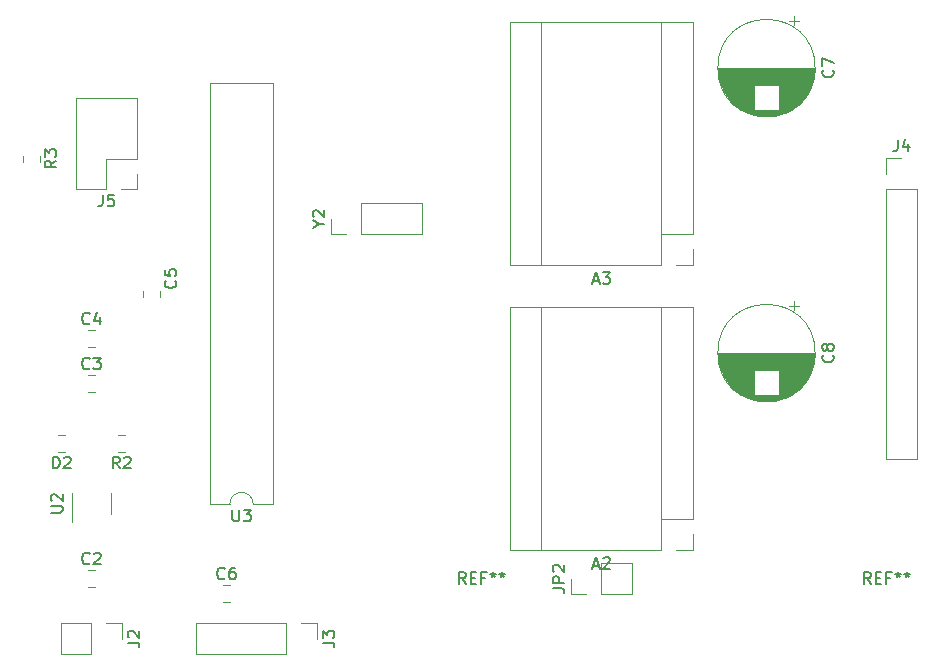
<source format=gbr>
G04 #@! TF.GenerationSoftware,KiCad,Pcbnew,(5.1.2)-1*
G04 #@! TF.CreationDate,2019-05-23T00:03:13+02:00*
G04 #@! TF.ProjectId,DualStepperI2C_PCB_2,4475616c-5374-4657-9070-65724932435f,rev?*
G04 #@! TF.SameCoordinates,Original*
G04 #@! TF.FileFunction,Legend,Top*
G04 #@! TF.FilePolarity,Positive*
%FSLAX46Y46*%
G04 Gerber Fmt 4.6, Leading zero omitted, Abs format (unit mm)*
G04 Created by KiCad (PCBNEW (5.1.2)-1) date 2019-05-23 00:03:13*
%MOMM*%
%LPD*%
G04 APERTURE LIST*
%ADD10C,0.120000*%
%ADD11C,0.150000*%
G04 APERTURE END LIST*
D10*
X199260000Y-99190000D02*
X212090000Y-99190000D01*
X199260000Y-78610000D02*
X199260000Y-99190000D01*
X214760000Y-78610000D02*
X199260000Y-78610000D01*
X214760000Y-96520000D02*
X214760000Y-78610000D01*
X212090000Y-96520000D02*
X214760000Y-96520000D01*
X212090000Y-99190000D02*
X212090000Y-96520000D01*
X214760000Y-99190000D02*
X214760000Y-97790000D01*
X213360000Y-99190000D02*
X214760000Y-99190000D01*
X212090000Y-96520000D02*
X212090000Y-78610000D01*
X201930000Y-99190000D02*
X201930000Y-78610000D01*
X175001422Y-103580000D02*
X175518578Y-103580000D01*
X175001422Y-102160000D02*
X175518578Y-102160000D01*
X168200000Y-77211422D02*
X168200000Y-77728578D01*
X169620000Y-77211422D02*
X169620000Y-77728578D01*
X163571422Y-81990000D02*
X164088578Y-81990000D01*
X163571422Y-80570000D02*
X164088578Y-80570000D01*
X163571422Y-85800000D02*
X164088578Y-85800000D01*
X163571422Y-84380000D02*
X164088578Y-84380000D01*
X163571422Y-102310000D02*
X164088578Y-102310000D01*
X163571422Y-100890000D02*
X164088578Y-100890000D01*
X184090000Y-72450000D02*
X184090000Y-71120000D01*
X185420000Y-72450000D02*
X184090000Y-72450000D01*
X186690000Y-72450000D02*
X186690000Y-69790000D01*
X186690000Y-69790000D02*
X191830000Y-69790000D01*
X186690000Y-72450000D02*
X191830000Y-72450000D01*
X191830000Y-72450000D02*
X191830000Y-69790000D01*
X173880000Y-95310000D02*
X175530000Y-95310000D01*
X173880000Y-59630000D02*
X173880000Y-95310000D01*
X179180000Y-59630000D02*
X173880000Y-59630000D01*
X179180000Y-95310000D02*
X179180000Y-59630000D01*
X177530000Y-95310000D02*
X179180000Y-95310000D01*
X175530000Y-95310000D02*
G75*
G02X177530000Y-95310000I1000000J0D01*
G01*
X162220000Y-94350000D02*
X162220000Y-96800000D01*
X165440000Y-96150000D02*
X165440000Y-94350000D01*
X158040000Y-65781422D02*
X158040000Y-66298578D01*
X159460000Y-65781422D02*
X159460000Y-66298578D01*
X166628578Y-89460000D02*
X166111422Y-89460000D01*
X166628578Y-90880000D02*
X166111422Y-90880000D01*
X204410000Y-102930000D02*
X204410000Y-101600000D01*
X205740000Y-102930000D02*
X204410000Y-102930000D01*
X207010000Y-102930000D02*
X207010000Y-100270000D01*
X207010000Y-100270000D02*
X209610000Y-100270000D01*
X207010000Y-102930000D02*
X209610000Y-102930000D01*
X209610000Y-102930000D02*
X209610000Y-100270000D01*
X167700000Y-68640000D02*
X166370000Y-68640000D01*
X167700000Y-67310000D02*
X167700000Y-68640000D01*
X165100000Y-68640000D02*
X162500000Y-68640000D01*
X165100000Y-66040000D02*
X165100000Y-68640000D01*
X167700000Y-66040000D02*
X165100000Y-66040000D01*
X162500000Y-68640000D02*
X162500000Y-60900000D01*
X167700000Y-66040000D02*
X167700000Y-60900000D01*
X167700000Y-60900000D02*
X162500000Y-60900000D01*
X231080000Y-65980000D02*
X232410000Y-65980000D01*
X231080000Y-67310000D02*
X231080000Y-65980000D01*
X231080000Y-68580000D02*
X233740000Y-68580000D01*
X233740000Y-68580000D02*
X233740000Y-91500000D01*
X231080000Y-68580000D02*
X231080000Y-91500000D01*
X231080000Y-91500000D02*
X233740000Y-91500000D01*
X182940000Y-105350000D02*
X182940000Y-106680000D01*
X181610000Y-105350000D02*
X182940000Y-105350000D01*
X180340000Y-105350000D02*
X180340000Y-108010000D01*
X180340000Y-108010000D02*
X172660000Y-108010000D01*
X180340000Y-105350000D02*
X172660000Y-105350000D01*
X172660000Y-105350000D02*
X172660000Y-108010000D01*
X166430000Y-105350000D02*
X166430000Y-106680000D01*
X165100000Y-105350000D02*
X166430000Y-105350000D01*
X163830000Y-105350000D02*
X163830000Y-108010000D01*
X163830000Y-108010000D02*
X161230000Y-108010000D01*
X163830000Y-105350000D02*
X161230000Y-105350000D01*
X161230000Y-105350000D02*
X161230000Y-108010000D01*
X161548578Y-89460000D02*
X161031422Y-89460000D01*
X161548578Y-90880000D02*
X161031422Y-90880000D01*
X223695000Y-78500302D02*
X222895000Y-78500302D01*
X223295000Y-78100302D02*
X223295000Y-78900302D01*
X221513000Y-86591000D02*
X220447000Y-86591000D01*
X221748000Y-86551000D02*
X220212000Y-86551000D01*
X221928000Y-86511000D02*
X220032000Y-86511000D01*
X222078000Y-86471000D02*
X219882000Y-86471000D01*
X222209000Y-86431000D02*
X219751000Y-86431000D01*
X222326000Y-86391000D02*
X219634000Y-86391000D01*
X222433000Y-86351000D02*
X219527000Y-86351000D01*
X222532000Y-86311000D02*
X219428000Y-86311000D01*
X222625000Y-86271000D02*
X219335000Y-86271000D01*
X222711000Y-86231000D02*
X219249000Y-86231000D01*
X222793000Y-86191000D02*
X219167000Y-86191000D01*
X222870000Y-86151000D02*
X219090000Y-86151000D01*
X222944000Y-86111000D02*
X219016000Y-86111000D01*
X223014000Y-86071000D02*
X218946000Y-86071000D01*
X219940000Y-86031000D02*
X218878000Y-86031000D01*
X223082000Y-86031000D02*
X222020000Y-86031000D01*
X219940000Y-85991000D02*
X218814000Y-85991000D01*
X223146000Y-85991000D02*
X222020000Y-85991000D01*
X219940000Y-85951000D02*
X218752000Y-85951000D01*
X223208000Y-85951000D02*
X222020000Y-85951000D01*
X219940000Y-85911000D02*
X218693000Y-85911000D01*
X223267000Y-85911000D02*
X222020000Y-85911000D01*
X219940000Y-85871000D02*
X218635000Y-85871000D01*
X223325000Y-85871000D02*
X222020000Y-85871000D01*
X219940000Y-85831000D02*
X218580000Y-85831000D01*
X223380000Y-85831000D02*
X222020000Y-85831000D01*
X219940000Y-85791000D02*
X218526000Y-85791000D01*
X223434000Y-85791000D02*
X222020000Y-85791000D01*
X219940000Y-85751000D02*
X218475000Y-85751000D01*
X223485000Y-85751000D02*
X222020000Y-85751000D01*
X219940000Y-85711000D02*
X218424000Y-85711000D01*
X223536000Y-85711000D02*
X222020000Y-85711000D01*
X219940000Y-85671000D02*
X218376000Y-85671000D01*
X223584000Y-85671000D02*
X222020000Y-85671000D01*
X219940000Y-85631000D02*
X218329000Y-85631000D01*
X223631000Y-85631000D02*
X222020000Y-85631000D01*
X219940000Y-85591000D02*
X218283000Y-85591000D01*
X223677000Y-85591000D02*
X222020000Y-85591000D01*
X219940000Y-85551000D02*
X218239000Y-85551000D01*
X223721000Y-85551000D02*
X222020000Y-85551000D01*
X219940000Y-85511000D02*
X218196000Y-85511000D01*
X223764000Y-85511000D02*
X222020000Y-85511000D01*
X219940000Y-85471000D02*
X218154000Y-85471000D01*
X223806000Y-85471000D02*
X222020000Y-85471000D01*
X219940000Y-85431000D02*
X218113000Y-85431000D01*
X223847000Y-85431000D02*
X222020000Y-85431000D01*
X219940000Y-85391000D02*
X218073000Y-85391000D01*
X223887000Y-85391000D02*
X222020000Y-85391000D01*
X219940000Y-85351000D02*
X218035000Y-85351000D01*
X223925000Y-85351000D02*
X222020000Y-85351000D01*
X219940000Y-85311000D02*
X217997000Y-85311000D01*
X223963000Y-85311000D02*
X222020000Y-85311000D01*
X219940000Y-85271000D02*
X217961000Y-85271000D01*
X223999000Y-85271000D02*
X222020000Y-85271000D01*
X219940000Y-85231000D02*
X217925000Y-85231000D01*
X224035000Y-85231000D02*
X222020000Y-85231000D01*
X219940000Y-85191000D02*
X217890000Y-85191000D01*
X224070000Y-85191000D02*
X222020000Y-85191000D01*
X219940000Y-85151000D02*
X217856000Y-85151000D01*
X224104000Y-85151000D02*
X222020000Y-85151000D01*
X219940000Y-85111000D02*
X217824000Y-85111000D01*
X224136000Y-85111000D02*
X222020000Y-85111000D01*
X219940000Y-85071000D02*
X217791000Y-85071000D01*
X224169000Y-85071000D02*
X222020000Y-85071000D01*
X219940000Y-85031000D02*
X217760000Y-85031000D01*
X224200000Y-85031000D02*
X222020000Y-85031000D01*
X219940000Y-84991000D02*
X217730000Y-84991000D01*
X224230000Y-84991000D02*
X222020000Y-84991000D01*
X219940000Y-84951000D02*
X217700000Y-84951000D01*
X224260000Y-84951000D02*
X222020000Y-84951000D01*
X219940000Y-84911000D02*
X217671000Y-84911000D01*
X224289000Y-84911000D02*
X222020000Y-84911000D01*
X219940000Y-84871000D02*
X217642000Y-84871000D01*
X224318000Y-84871000D02*
X222020000Y-84871000D01*
X219940000Y-84831000D02*
X217615000Y-84831000D01*
X224345000Y-84831000D02*
X222020000Y-84831000D01*
X219940000Y-84791000D02*
X217588000Y-84791000D01*
X224372000Y-84791000D02*
X222020000Y-84791000D01*
X219940000Y-84751000D02*
X217562000Y-84751000D01*
X224398000Y-84751000D02*
X222020000Y-84751000D01*
X219940000Y-84711000D02*
X217536000Y-84711000D01*
X224424000Y-84711000D02*
X222020000Y-84711000D01*
X219940000Y-84671000D02*
X217511000Y-84671000D01*
X224449000Y-84671000D02*
X222020000Y-84671000D01*
X219940000Y-84631000D02*
X217487000Y-84631000D01*
X224473000Y-84631000D02*
X222020000Y-84631000D01*
X219940000Y-84591000D02*
X217463000Y-84591000D01*
X224497000Y-84591000D02*
X222020000Y-84591000D01*
X219940000Y-84551000D02*
X217440000Y-84551000D01*
X224520000Y-84551000D02*
X222020000Y-84551000D01*
X219940000Y-84511000D02*
X217418000Y-84511000D01*
X224542000Y-84511000D02*
X222020000Y-84511000D01*
X219940000Y-84471000D02*
X217396000Y-84471000D01*
X224564000Y-84471000D02*
X222020000Y-84471000D01*
X219940000Y-84431000D02*
X217374000Y-84431000D01*
X224586000Y-84431000D02*
X222020000Y-84431000D01*
X219940000Y-84391000D02*
X217353000Y-84391000D01*
X224607000Y-84391000D02*
X222020000Y-84391000D01*
X219940000Y-84351000D02*
X217333000Y-84351000D01*
X224627000Y-84351000D02*
X222020000Y-84351000D01*
X219940000Y-84311000D02*
X217314000Y-84311000D01*
X224646000Y-84311000D02*
X222020000Y-84311000D01*
X219940000Y-84271000D02*
X217294000Y-84271000D01*
X224666000Y-84271000D02*
X222020000Y-84271000D01*
X219940000Y-84231000D02*
X217276000Y-84231000D01*
X224684000Y-84231000D02*
X222020000Y-84231000D01*
X219940000Y-84191000D02*
X217258000Y-84191000D01*
X224702000Y-84191000D02*
X222020000Y-84191000D01*
X219940000Y-84151000D02*
X217240000Y-84151000D01*
X224720000Y-84151000D02*
X222020000Y-84151000D01*
X219940000Y-84111000D02*
X217223000Y-84111000D01*
X224737000Y-84111000D02*
X222020000Y-84111000D01*
X219940000Y-84071000D02*
X217206000Y-84071000D01*
X224754000Y-84071000D02*
X222020000Y-84071000D01*
X219940000Y-84031000D02*
X217190000Y-84031000D01*
X224770000Y-84031000D02*
X222020000Y-84031000D01*
X219940000Y-83991000D02*
X217175000Y-83991000D01*
X224785000Y-83991000D02*
X222020000Y-83991000D01*
X224801000Y-83951000D02*
X217159000Y-83951000D01*
X224815000Y-83911000D02*
X217145000Y-83911000D01*
X224830000Y-83871000D02*
X217130000Y-83871000D01*
X224843000Y-83831000D02*
X217117000Y-83831000D01*
X224857000Y-83791000D02*
X217103000Y-83791000D01*
X224869000Y-83751000D02*
X217091000Y-83751000D01*
X224882000Y-83711000D02*
X217078000Y-83711000D01*
X224894000Y-83671000D02*
X217066000Y-83671000D01*
X224905000Y-83631000D02*
X217055000Y-83631000D01*
X224916000Y-83591000D02*
X217044000Y-83591000D01*
X224927000Y-83551000D02*
X217033000Y-83551000D01*
X224937000Y-83511000D02*
X217023000Y-83511000D01*
X224947000Y-83471000D02*
X217013000Y-83471000D01*
X224956000Y-83431000D02*
X217004000Y-83431000D01*
X224965000Y-83391000D02*
X216995000Y-83391000D01*
X224974000Y-83351000D02*
X216986000Y-83351000D01*
X224982000Y-83311000D02*
X216978000Y-83311000D01*
X224990000Y-83271000D02*
X216970000Y-83271000D01*
X224997000Y-83231000D02*
X216963000Y-83231000D01*
X225004000Y-83190000D02*
X216956000Y-83190000D01*
X225010000Y-83150000D02*
X216950000Y-83150000D01*
X225017000Y-83110000D02*
X216943000Y-83110000D01*
X225022000Y-83070000D02*
X216938000Y-83070000D01*
X225028000Y-83030000D02*
X216932000Y-83030000D01*
X225032000Y-82990000D02*
X216928000Y-82990000D01*
X225037000Y-82950000D02*
X216923000Y-82950000D01*
X225041000Y-82910000D02*
X216919000Y-82910000D01*
X225045000Y-82870000D02*
X216915000Y-82870000D01*
X225048000Y-82830000D02*
X216912000Y-82830000D01*
X225051000Y-82790000D02*
X216909000Y-82790000D01*
X225054000Y-82750000D02*
X216906000Y-82750000D01*
X225056000Y-82710000D02*
X216904000Y-82710000D01*
X225057000Y-82670000D02*
X216903000Y-82670000D01*
X225059000Y-82630000D02*
X216901000Y-82630000D01*
X225060000Y-82590000D02*
X216900000Y-82590000D01*
X225060000Y-82550000D02*
X216900000Y-82550000D01*
X225060000Y-82510000D02*
X216900000Y-82510000D01*
X225100000Y-82510000D02*
G75*
G03X225100000Y-82510000I-4120000J0D01*
G01*
X223695000Y-54370302D02*
X222895000Y-54370302D01*
X223295000Y-53970302D02*
X223295000Y-54770302D01*
X221513000Y-62461000D02*
X220447000Y-62461000D01*
X221748000Y-62421000D02*
X220212000Y-62421000D01*
X221928000Y-62381000D02*
X220032000Y-62381000D01*
X222078000Y-62341000D02*
X219882000Y-62341000D01*
X222209000Y-62301000D02*
X219751000Y-62301000D01*
X222326000Y-62261000D02*
X219634000Y-62261000D01*
X222433000Y-62221000D02*
X219527000Y-62221000D01*
X222532000Y-62181000D02*
X219428000Y-62181000D01*
X222625000Y-62141000D02*
X219335000Y-62141000D01*
X222711000Y-62101000D02*
X219249000Y-62101000D01*
X222793000Y-62061000D02*
X219167000Y-62061000D01*
X222870000Y-62021000D02*
X219090000Y-62021000D01*
X222944000Y-61981000D02*
X219016000Y-61981000D01*
X223014000Y-61941000D02*
X218946000Y-61941000D01*
X219940000Y-61901000D02*
X218878000Y-61901000D01*
X223082000Y-61901000D02*
X222020000Y-61901000D01*
X219940000Y-61861000D02*
X218814000Y-61861000D01*
X223146000Y-61861000D02*
X222020000Y-61861000D01*
X219940000Y-61821000D02*
X218752000Y-61821000D01*
X223208000Y-61821000D02*
X222020000Y-61821000D01*
X219940000Y-61781000D02*
X218693000Y-61781000D01*
X223267000Y-61781000D02*
X222020000Y-61781000D01*
X219940000Y-61741000D02*
X218635000Y-61741000D01*
X223325000Y-61741000D02*
X222020000Y-61741000D01*
X219940000Y-61701000D02*
X218580000Y-61701000D01*
X223380000Y-61701000D02*
X222020000Y-61701000D01*
X219940000Y-61661000D02*
X218526000Y-61661000D01*
X223434000Y-61661000D02*
X222020000Y-61661000D01*
X219940000Y-61621000D02*
X218475000Y-61621000D01*
X223485000Y-61621000D02*
X222020000Y-61621000D01*
X219940000Y-61581000D02*
X218424000Y-61581000D01*
X223536000Y-61581000D02*
X222020000Y-61581000D01*
X219940000Y-61541000D02*
X218376000Y-61541000D01*
X223584000Y-61541000D02*
X222020000Y-61541000D01*
X219940000Y-61501000D02*
X218329000Y-61501000D01*
X223631000Y-61501000D02*
X222020000Y-61501000D01*
X219940000Y-61461000D02*
X218283000Y-61461000D01*
X223677000Y-61461000D02*
X222020000Y-61461000D01*
X219940000Y-61421000D02*
X218239000Y-61421000D01*
X223721000Y-61421000D02*
X222020000Y-61421000D01*
X219940000Y-61381000D02*
X218196000Y-61381000D01*
X223764000Y-61381000D02*
X222020000Y-61381000D01*
X219940000Y-61341000D02*
X218154000Y-61341000D01*
X223806000Y-61341000D02*
X222020000Y-61341000D01*
X219940000Y-61301000D02*
X218113000Y-61301000D01*
X223847000Y-61301000D02*
X222020000Y-61301000D01*
X219940000Y-61261000D02*
X218073000Y-61261000D01*
X223887000Y-61261000D02*
X222020000Y-61261000D01*
X219940000Y-61221000D02*
X218035000Y-61221000D01*
X223925000Y-61221000D02*
X222020000Y-61221000D01*
X219940000Y-61181000D02*
X217997000Y-61181000D01*
X223963000Y-61181000D02*
X222020000Y-61181000D01*
X219940000Y-61141000D02*
X217961000Y-61141000D01*
X223999000Y-61141000D02*
X222020000Y-61141000D01*
X219940000Y-61101000D02*
X217925000Y-61101000D01*
X224035000Y-61101000D02*
X222020000Y-61101000D01*
X219940000Y-61061000D02*
X217890000Y-61061000D01*
X224070000Y-61061000D02*
X222020000Y-61061000D01*
X219940000Y-61021000D02*
X217856000Y-61021000D01*
X224104000Y-61021000D02*
X222020000Y-61021000D01*
X219940000Y-60981000D02*
X217824000Y-60981000D01*
X224136000Y-60981000D02*
X222020000Y-60981000D01*
X219940000Y-60941000D02*
X217791000Y-60941000D01*
X224169000Y-60941000D02*
X222020000Y-60941000D01*
X219940000Y-60901000D02*
X217760000Y-60901000D01*
X224200000Y-60901000D02*
X222020000Y-60901000D01*
X219940000Y-60861000D02*
X217730000Y-60861000D01*
X224230000Y-60861000D02*
X222020000Y-60861000D01*
X219940000Y-60821000D02*
X217700000Y-60821000D01*
X224260000Y-60821000D02*
X222020000Y-60821000D01*
X219940000Y-60781000D02*
X217671000Y-60781000D01*
X224289000Y-60781000D02*
X222020000Y-60781000D01*
X219940000Y-60741000D02*
X217642000Y-60741000D01*
X224318000Y-60741000D02*
X222020000Y-60741000D01*
X219940000Y-60701000D02*
X217615000Y-60701000D01*
X224345000Y-60701000D02*
X222020000Y-60701000D01*
X219940000Y-60661000D02*
X217588000Y-60661000D01*
X224372000Y-60661000D02*
X222020000Y-60661000D01*
X219940000Y-60621000D02*
X217562000Y-60621000D01*
X224398000Y-60621000D02*
X222020000Y-60621000D01*
X219940000Y-60581000D02*
X217536000Y-60581000D01*
X224424000Y-60581000D02*
X222020000Y-60581000D01*
X219940000Y-60541000D02*
X217511000Y-60541000D01*
X224449000Y-60541000D02*
X222020000Y-60541000D01*
X219940000Y-60501000D02*
X217487000Y-60501000D01*
X224473000Y-60501000D02*
X222020000Y-60501000D01*
X219940000Y-60461000D02*
X217463000Y-60461000D01*
X224497000Y-60461000D02*
X222020000Y-60461000D01*
X219940000Y-60421000D02*
X217440000Y-60421000D01*
X224520000Y-60421000D02*
X222020000Y-60421000D01*
X219940000Y-60381000D02*
X217418000Y-60381000D01*
X224542000Y-60381000D02*
X222020000Y-60381000D01*
X219940000Y-60341000D02*
X217396000Y-60341000D01*
X224564000Y-60341000D02*
X222020000Y-60341000D01*
X219940000Y-60301000D02*
X217374000Y-60301000D01*
X224586000Y-60301000D02*
X222020000Y-60301000D01*
X219940000Y-60261000D02*
X217353000Y-60261000D01*
X224607000Y-60261000D02*
X222020000Y-60261000D01*
X219940000Y-60221000D02*
X217333000Y-60221000D01*
X224627000Y-60221000D02*
X222020000Y-60221000D01*
X219940000Y-60181000D02*
X217314000Y-60181000D01*
X224646000Y-60181000D02*
X222020000Y-60181000D01*
X219940000Y-60141000D02*
X217294000Y-60141000D01*
X224666000Y-60141000D02*
X222020000Y-60141000D01*
X219940000Y-60101000D02*
X217276000Y-60101000D01*
X224684000Y-60101000D02*
X222020000Y-60101000D01*
X219940000Y-60061000D02*
X217258000Y-60061000D01*
X224702000Y-60061000D02*
X222020000Y-60061000D01*
X219940000Y-60021000D02*
X217240000Y-60021000D01*
X224720000Y-60021000D02*
X222020000Y-60021000D01*
X219940000Y-59981000D02*
X217223000Y-59981000D01*
X224737000Y-59981000D02*
X222020000Y-59981000D01*
X219940000Y-59941000D02*
X217206000Y-59941000D01*
X224754000Y-59941000D02*
X222020000Y-59941000D01*
X219940000Y-59901000D02*
X217190000Y-59901000D01*
X224770000Y-59901000D02*
X222020000Y-59901000D01*
X219940000Y-59861000D02*
X217175000Y-59861000D01*
X224785000Y-59861000D02*
X222020000Y-59861000D01*
X224801000Y-59821000D02*
X217159000Y-59821000D01*
X224815000Y-59781000D02*
X217145000Y-59781000D01*
X224830000Y-59741000D02*
X217130000Y-59741000D01*
X224843000Y-59701000D02*
X217117000Y-59701000D01*
X224857000Y-59661000D02*
X217103000Y-59661000D01*
X224869000Y-59621000D02*
X217091000Y-59621000D01*
X224882000Y-59581000D02*
X217078000Y-59581000D01*
X224894000Y-59541000D02*
X217066000Y-59541000D01*
X224905000Y-59501000D02*
X217055000Y-59501000D01*
X224916000Y-59461000D02*
X217044000Y-59461000D01*
X224927000Y-59421000D02*
X217033000Y-59421000D01*
X224937000Y-59381000D02*
X217023000Y-59381000D01*
X224947000Y-59341000D02*
X217013000Y-59341000D01*
X224956000Y-59301000D02*
X217004000Y-59301000D01*
X224965000Y-59261000D02*
X216995000Y-59261000D01*
X224974000Y-59221000D02*
X216986000Y-59221000D01*
X224982000Y-59181000D02*
X216978000Y-59181000D01*
X224990000Y-59141000D02*
X216970000Y-59141000D01*
X224997000Y-59101000D02*
X216963000Y-59101000D01*
X225004000Y-59060000D02*
X216956000Y-59060000D01*
X225010000Y-59020000D02*
X216950000Y-59020000D01*
X225017000Y-58980000D02*
X216943000Y-58980000D01*
X225022000Y-58940000D02*
X216938000Y-58940000D01*
X225028000Y-58900000D02*
X216932000Y-58900000D01*
X225032000Y-58860000D02*
X216928000Y-58860000D01*
X225037000Y-58820000D02*
X216923000Y-58820000D01*
X225041000Y-58780000D02*
X216919000Y-58780000D01*
X225045000Y-58740000D02*
X216915000Y-58740000D01*
X225048000Y-58700000D02*
X216912000Y-58700000D01*
X225051000Y-58660000D02*
X216909000Y-58660000D01*
X225054000Y-58620000D02*
X216906000Y-58620000D01*
X225056000Y-58580000D02*
X216904000Y-58580000D01*
X225057000Y-58540000D02*
X216903000Y-58540000D01*
X225059000Y-58500000D02*
X216901000Y-58500000D01*
X225060000Y-58460000D02*
X216900000Y-58460000D01*
X225060000Y-58420000D02*
X216900000Y-58420000D01*
X225060000Y-58380000D02*
X216900000Y-58380000D01*
X225100000Y-58380000D02*
G75*
G03X225100000Y-58380000I-4120000J0D01*
G01*
X199260000Y-75060000D02*
X212090000Y-75060000D01*
X199260000Y-54480000D02*
X199260000Y-75060000D01*
X214760000Y-54480000D02*
X199260000Y-54480000D01*
X214760000Y-72390000D02*
X214760000Y-54480000D01*
X212090000Y-72390000D02*
X214760000Y-72390000D01*
X212090000Y-75060000D02*
X212090000Y-72390000D01*
X214760000Y-75060000D02*
X214760000Y-73660000D01*
X213360000Y-75060000D02*
X214760000Y-75060000D01*
X212090000Y-72390000D02*
X212090000Y-54480000D01*
X201930000Y-75060000D02*
X201930000Y-54480000D01*
D11*
X195516666Y-102052380D02*
X195183333Y-101576190D01*
X194945238Y-102052380D02*
X194945238Y-101052380D01*
X195326190Y-101052380D01*
X195421428Y-101100000D01*
X195469047Y-101147619D01*
X195516666Y-101242857D01*
X195516666Y-101385714D01*
X195469047Y-101480952D01*
X195421428Y-101528571D01*
X195326190Y-101576190D01*
X194945238Y-101576190D01*
X195945238Y-101528571D02*
X196278571Y-101528571D01*
X196421428Y-102052380D02*
X195945238Y-102052380D01*
X195945238Y-101052380D01*
X196421428Y-101052380D01*
X197183333Y-101528571D02*
X196850000Y-101528571D01*
X196850000Y-102052380D02*
X196850000Y-101052380D01*
X197326190Y-101052380D01*
X197850000Y-101052380D02*
X197850000Y-101290476D01*
X197611904Y-101195238D02*
X197850000Y-101290476D01*
X198088095Y-101195238D01*
X197707142Y-101480952D02*
X197850000Y-101290476D01*
X197992857Y-101480952D01*
X198611904Y-101052380D02*
X198611904Y-101290476D01*
X198373809Y-101195238D02*
X198611904Y-101290476D01*
X198850000Y-101195238D01*
X198469047Y-101480952D02*
X198611904Y-101290476D01*
X198754761Y-101480952D01*
X229806666Y-102052380D02*
X229473333Y-101576190D01*
X229235238Y-102052380D02*
X229235238Y-101052380D01*
X229616190Y-101052380D01*
X229711428Y-101100000D01*
X229759047Y-101147619D01*
X229806666Y-101242857D01*
X229806666Y-101385714D01*
X229759047Y-101480952D01*
X229711428Y-101528571D01*
X229616190Y-101576190D01*
X229235238Y-101576190D01*
X230235238Y-101528571D02*
X230568571Y-101528571D01*
X230711428Y-102052380D02*
X230235238Y-102052380D01*
X230235238Y-101052380D01*
X230711428Y-101052380D01*
X231473333Y-101528571D02*
X231140000Y-101528571D01*
X231140000Y-102052380D02*
X231140000Y-101052380D01*
X231616190Y-101052380D01*
X232140000Y-101052380D02*
X232140000Y-101290476D01*
X231901904Y-101195238D02*
X232140000Y-101290476D01*
X232378095Y-101195238D01*
X231997142Y-101480952D02*
X232140000Y-101290476D01*
X232282857Y-101480952D01*
X232901904Y-101052380D02*
X232901904Y-101290476D01*
X232663809Y-101195238D02*
X232901904Y-101290476D01*
X233140000Y-101195238D01*
X232759047Y-101480952D02*
X232901904Y-101290476D01*
X233044761Y-101480952D01*
X206295714Y-100496666D02*
X206771904Y-100496666D01*
X206200476Y-100782380D02*
X206533809Y-99782380D01*
X206867142Y-100782380D01*
X207152857Y-99877619D02*
X207200476Y-99830000D01*
X207295714Y-99782380D01*
X207533809Y-99782380D01*
X207629047Y-99830000D01*
X207676666Y-99877619D01*
X207724285Y-99972857D01*
X207724285Y-100068095D01*
X207676666Y-100210952D01*
X207105238Y-100782380D01*
X207724285Y-100782380D01*
X175093333Y-101577142D02*
X175045714Y-101624761D01*
X174902857Y-101672380D01*
X174807619Y-101672380D01*
X174664761Y-101624761D01*
X174569523Y-101529523D01*
X174521904Y-101434285D01*
X174474285Y-101243809D01*
X174474285Y-101100952D01*
X174521904Y-100910476D01*
X174569523Y-100815238D01*
X174664761Y-100720000D01*
X174807619Y-100672380D01*
X174902857Y-100672380D01*
X175045714Y-100720000D01*
X175093333Y-100767619D01*
X175950476Y-100672380D02*
X175760000Y-100672380D01*
X175664761Y-100720000D01*
X175617142Y-100767619D01*
X175521904Y-100910476D01*
X175474285Y-101100952D01*
X175474285Y-101481904D01*
X175521904Y-101577142D01*
X175569523Y-101624761D01*
X175664761Y-101672380D01*
X175855238Y-101672380D01*
X175950476Y-101624761D01*
X175998095Y-101577142D01*
X176045714Y-101481904D01*
X176045714Y-101243809D01*
X175998095Y-101148571D01*
X175950476Y-101100952D01*
X175855238Y-101053333D01*
X175664761Y-101053333D01*
X175569523Y-101100952D01*
X175521904Y-101148571D01*
X175474285Y-101243809D01*
X170917142Y-76366666D02*
X170964761Y-76414285D01*
X171012380Y-76557142D01*
X171012380Y-76652380D01*
X170964761Y-76795238D01*
X170869523Y-76890476D01*
X170774285Y-76938095D01*
X170583809Y-76985714D01*
X170440952Y-76985714D01*
X170250476Y-76938095D01*
X170155238Y-76890476D01*
X170060000Y-76795238D01*
X170012380Y-76652380D01*
X170012380Y-76557142D01*
X170060000Y-76414285D01*
X170107619Y-76366666D01*
X170012380Y-75461904D02*
X170012380Y-75938095D01*
X170488571Y-75985714D01*
X170440952Y-75938095D01*
X170393333Y-75842857D01*
X170393333Y-75604761D01*
X170440952Y-75509523D01*
X170488571Y-75461904D01*
X170583809Y-75414285D01*
X170821904Y-75414285D01*
X170917142Y-75461904D01*
X170964761Y-75509523D01*
X171012380Y-75604761D01*
X171012380Y-75842857D01*
X170964761Y-75938095D01*
X170917142Y-75985714D01*
X163663333Y-79987142D02*
X163615714Y-80034761D01*
X163472857Y-80082380D01*
X163377619Y-80082380D01*
X163234761Y-80034761D01*
X163139523Y-79939523D01*
X163091904Y-79844285D01*
X163044285Y-79653809D01*
X163044285Y-79510952D01*
X163091904Y-79320476D01*
X163139523Y-79225238D01*
X163234761Y-79130000D01*
X163377619Y-79082380D01*
X163472857Y-79082380D01*
X163615714Y-79130000D01*
X163663333Y-79177619D01*
X164520476Y-79415714D02*
X164520476Y-80082380D01*
X164282380Y-79034761D02*
X164044285Y-79749047D01*
X164663333Y-79749047D01*
X163663333Y-83797142D02*
X163615714Y-83844761D01*
X163472857Y-83892380D01*
X163377619Y-83892380D01*
X163234761Y-83844761D01*
X163139523Y-83749523D01*
X163091904Y-83654285D01*
X163044285Y-83463809D01*
X163044285Y-83320952D01*
X163091904Y-83130476D01*
X163139523Y-83035238D01*
X163234761Y-82940000D01*
X163377619Y-82892380D01*
X163472857Y-82892380D01*
X163615714Y-82940000D01*
X163663333Y-82987619D01*
X163996666Y-82892380D02*
X164615714Y-82892380D01*
X164282380Y-83273333D01*
X164425238Y-83273333D01*
X164520476Y-83320952D01*
X164568095Y-83368571D01*
X164615714Y-83463809D01*
X164615714Y-83701904D01*
X164568095Y-83797142D01*
X164520476Y-83844761D01*
X164425238Y-83892380D01*
X164139523Y-83892380D01*
X164044285Y-83844761D01*
X163996666Y-83797142D01*
X163663333Y-100307142D02*
X163615714Y-100354761D01*
X163472857Y-100402380D01*
X163377619Y-100402380D01*
X163234761Y-100354761D01*
X163139523Y-100259523D01*
X163091904Y-100164285D01*
X163044285Y-99973809D01*
X163044285Y-99830952D01*
X163091904Y-99640476D01*
X163139523Y-99545238D01*
X163234761Y-99450000D01*
X163377619Y-99402380D01*
X163472857Y-99402380D01*
X163615714Y-99450000D01*
X163663333Y-99497619D01*
X164044285Y-99497619D02*
X164091904Y-99450000D01*
X164187142Y-99402380D01*
X164425238Y-99402380D01*
X164520476Y-99450000D01*
X164568095Y-99497619D01*
X164615714Y-99592857D01*
X164615714Y-99688095D01*
X164568095Y-99830952D01*
X163996666Y-100402380D01*
X164615714Y-100402380D01*
X183066190Y-71596190D02*
X183542380Y-71596190D01*
X182542380Y-71929523D02*
X183066190Y-71596190D01*
X182542380Y-71262857D01*
X182637619Y-70977142D02*
X182590000Y-70929523D01*
X182542380Y-70834285D01*
X182542380Y-70596190D01*
X182590000Y-70500952D01*
X182637619Y-70453333D01*
X182732857Y-70405714D01*
X182828095Y-70405714D01*
X182970952Y-70453333D01*
X183542380Y-71024761D01*
X183542380Y-70405714D01*
X175768095Y-95762380D02*
X175768095Y-96571904D01*
X175815714Y-96667142D01*
X175863333Y-96714761D01*
X175958571Y-96762380D01*
X176149047Y-96762380D01*
X176244285Y-96714761D01*
X176291904Y-96667142D01*
X176339523Y-96571904D01*
X176339523Y-95762380D01*
X176720476Y-95762380D02*
X177339523Y-95762380D01*
X177006190Y-96143333D01*
X177149047Y-96143333D01*
X177244285Y-96190952D01*
X177291904Y-96238571D01*
X177339523Y-96333809D01*
X177339523Y-96571904D01*
X177291904Y-96667142D01*
X177244285Y-96714761D01*
X177149047Y-96762380D01*
X176863333Y-96762380D01*
X176768095Y-96714761D01*
X176720476Y-96667142D01*
X160382380Y-96011904D02*
X161191904Y-96011904D01*
X161287142Y-95964285D01*
X161334761Y-95916666D01*
X161382380Y-95821428D01*
X161382380Y-95630952D01*
X161334761Y-95535714D01*
X161287142Y-95488095D01*
X161191904Y-95440476D01*
X160382380Y-95440476D01*
X160477619Y-95011904D02*
X160430000Y-94964285D01*
X160382380Y-94869047D01*
X160382380Y-94630952D01*
X160430000Y-94535714D01*
X160477619Y-94488095D01*
X160572857Y-94440476D01*
X160668095Y-94440476D01*
X160810952Y-94488095D01*
X161382380Y-95059523D01*
X161382380Y-94440476D01*
X160852380Y-66206666D02*
X160376190Y-66540000D01*
X160852380Y-66778095D02*
X159852380Y-66778095D01*
X159852380Y-66397142D01*
X159900000Y-66301904D01*
X159947619Y-66254285D01*
X160042857Y-66206666D01*
X160185714Y-66206666D01*
X160280952Y-66254285D01*
X160328571Y-66301904D01*
X160376190Y-66397142D01*
X160376190Y-66778095D01*
X159852380Y-65873333D02*
X159852380Y-65254285D01*
X160233333Y-65587619D01*
X160233333Y-65444761D01*
X160280952Y-65349523D01*
X160328571Y-65301904D01*
X160423809Y-65254285D01*
X160661904Y-65254285D01*
X160757142Y-65301904D01*
X160804761Y-65349523D01*
X160852380Y-65444761D01*
X160852380Y-65730476D01*
X160804761Y-65825714D01*
X160757142Y-65873333D01*
X166203333Y-92272380D02*
X165870000Y-91796190D01*
X165631904Y-92272380D02*
X165631904Y-91272380D01*
X166012857Y-91272380D01*
X166108095Y-91320000D01*
X166155714Y-91367619D01*
X166203333Y-91462857D01*
X166203333Y-91605714D01*
X166155714Y-91700952D01*
X166108095Y-91748571D01*
X166012857Y-91796190D01*
X165631904Y-91796190D01*
X166584285Y-91367619D02*
X166631904Y-91320000D01*
X166727142Y-91272380D01*
X166965238Y-91272380D01*
X167060476Y-91320000D01*
X167108095Y-91367619D01*
X167155714Y-91462857D01*
X167155714Y-91558095D01*
X167108095Y-91700952D01*
X166536666Y-92272380D01*
X167155714Y-92272380D01*
X202862380Y-102433333D02*
X203576666Y-102433333D01*
X203719523Y-102480952D01*
X203814761Y-102576190D01*
X203862380Y-102719047D01*
X203862380Y-102814285D01*
X203862380Y-101957142D02*
X202862380Y-101957142D01*
X202862380Y-101576190D01*
X202910000Y-101480952D01*
X202957619Y-101433333D01*
X203052857Y-101385714D01*
X203195714Y-101385714D01*
X203290952Y-101433333D01*
X203338571Y-101480952D01*
X203386190Y-101576190D01*
X203386190Y-101957142D01*
X202957619Y-101004761D02*
X202910000Y-100957142D01*
X202862380Y-100861904D01*
X202862380Y-100623809D01*
X202910000Y-100528571D01*
X202957619Y-100480952D01*
X203052857Y-100433333D01*
X203148095Y-100433333D01*
X203290952Y-100480952D01*
X203862380Y-101052380D01*
X203862380Y-100433333D01*
X164766666Y-69092380D02*
X164766666Y-69806666D01*
X164719047Y-69949523D01*
X164623809Y-70044761D01*
X164480952Y-70092380D01*
X164385714Y-70092380D01*
X165719047Y-69092380D02*
X165242857Y-69092380D01*
X165195238Y-69568571D01*
X165242857Y-69520952D01*
X165338095Y-69473333D01*
X165576190Y-69473333D01*
X165671428Y-69520952D01*
X165719047Y-69568571D01*
X165766666Y-69663809D01*
X165766666Y-69901904D01*
X165719047Y-69997142D01*
X165671428Y-70044761D01*
X165576190Y-70092380D01*
X165338095Y-70092380D01*
X165242857Y-70044761D01*
X165195238Y-69997142D01*
X232076666Y-64432380D02*
X232076666Y-65146666D01*
X232029047Y-65289523D01*
X231933809Y-65384761D01*
X231790952Y-65432380D01*
X231695714Y-65432380D01*
X232981428Y-64765714D02*
X232981428Y-65432380D01*
X232743333Y-64384761D02*
X232505238Y-65099047D01*
X233124285Y-65099047D01*
X183392380Y-107013333D02*
X184106666Y-107013333D01*
X184249523Y-107060952D01*
X184344761Y-107156190D01*
X184392380Y-107299047D01*
X184392380Y-107394285D01*
X183392380Y-106632380D02*
X183392380Y-106013333D01*
X183773333Y-106346666D01*
X183773333Y-106203809D01*
X183820952Y-106108571D01*
X183868571Y-106060952D01*
X183963809Y-106013333D01*
X184201904Y-106013333D01*
X184297142Y-106060952D01*
X184344761Y-106108571D01*
X184392380Y-106203809D01*
X184392380Y-106489523D01*
X184344761Y-106584761D01*
X184297142Y-106632380D01*
X166882380Y-107013333D02*
X167596666Y-107013333D01*
X167739523Y-107060952D01*
X167834761Y-107156190D01*
X167882380Y-107299047D01*
X167882380Y-107394285D01*
X166977619Y-106584761D02*
X166930000Y-106537142D01*
X166882380Y-106441904D01*
X166882380Y-106203809D01*
X166930000Y-106108571D01*
X166977619Y-106060952D01*
X167072857Y-106013333D01*
X167168095Y-106013333D01*
X167310952Y-106060952D01*
X167882380Y-106632380D01*
X167882380Y-106013333D01*
X160551904Y-92272380D02*
X160551904Y-91272380D01*
X160790000Y-91272380D01*
X160932857Y-91320000D01*
X161028095Y-91415238D01*
X161075714Y-91510476D01*
X161123333Y-91700952D01*
X161123333Y-91843809D01*
X161075714Y-92034285D01*
X161028095Y-92129523D01*
X160932857Y-92224761D01*
X160790000Y-92272380D01*
X160551904Y-92272380D01*
X161504285Y-91367619D02*
X161551904Y-91320000D01*
X161647142Y-91272380D01*
X161885238Y-91272380D01*
X161980476Y-91320000D01*
X162028095Y-91367619D01*
X162075714Y-91462857D01*
X162075714Y-91558095D01*
X162028095Y-91700952D01*
X161456666Y-92272380D01*
X162075714Y-92272380D01*
X226587142Y-82676666D02*
X226634761Y-82724285D01*
X226682380Y-82867142D01*
X226682380Y-82962380D01*
X226634761Y-83105238D01*
X226539523Y-83200476D01*
X226444285Y-83248095D01*
X226253809Y-83295714D01*
X226110952Y-83295714D01*
X225920476Y-83248095D01*
X225825238Y-83200476D01*
X225730000Y-83105238D01*
X225682380Y-82962380D01*
X225682380Y-82867142D01*
X225730000Y-82724285D01*
X225777619Y-82676666D01*
X226110952Y-82105238D02*
X226063333Y-82200476D01*
X226015714Y-82248095D01*
X225920476Y-82295714D01*
X225872857Y-82295714D01*
X225777619Y-82248095D01*
X225730000Y-82200476D01*
X225682380Y-82105238D01*
X225682380Y-81914761D01*
X225730000Y-81819523D01*
X225777619Y-81771904D01*
X225872857Y-81724285D01*
X225920476Y-81724285D01*
X226015714Y-81771904D01*
X226063333Y-81819523D01*
X226110952Y-81914761D01*
X226110952Y-82105238D01*
X226158571Y-82200476D01*
X226206190Y-82248095D01*
X226301428Y-82295714D01*
X226491904Y-82295714D01*
X226587142Y-82248095D01*
X226634761Y-82200476D01*
X226682380Y-82105238D01*
X226682380Y-81914761D01*
X226634761Y-81819523D01*
X226587142Y-81771904D01*
X226491904Y-81724285D01*
X226301428Y-81724285D01*
X226206190Y-81771904D01*
X226158571Y-81819523D01*
X226110952Y-81914761D01*
X226587142Y-58546666D02*
X226634761Y-58594285D01*
X226682380Y-58737142D01*
X226682380Y-58832380D01*
X226634761Y-58975238D01*
X226539523Y-59070476D01*
X226444285Y-59118095D01*
X226253809Y-59165714D01*
X226110952Y-59165714D01*
X225920476Y-59118095D01*
X225825238Y-59070476D01*
X225730000Y-58975238D01*
X225682380Y-58832380D01*
X225682380Y-58737142D01*
X225730000Y-58594285D01*
X225777619Y-58546666D01*
X225682380Y-58213333D02*
X225682380Y-57546666D01*
X226682380Y-57975238D01*
X206295714Y-76366666D02*
X206771904Y-76366666D01*
X206200476Y-76652380D02*
X206533809Y-75652380D01*
X206867142Y-76652380D01*
X207105238Y-75652380D02*
X207724285Y-75652380D01*
X207390952Y-76033333D01*
X207533809Y-76033333D01*
X207629047Y-76080952D01*
X207676666Y-76128571D01*
X207724285Y-76223809D01*
X207724285Y-76461904D01*
X207676666Y-76557142D01*
X207629047Y-76604761D01*
X207533809Y-76652380D01*
X207248095Y-76652380D01*
X207152857Y-76604761D01*
X207105238Y-76557142D01*
M02*

</source>
